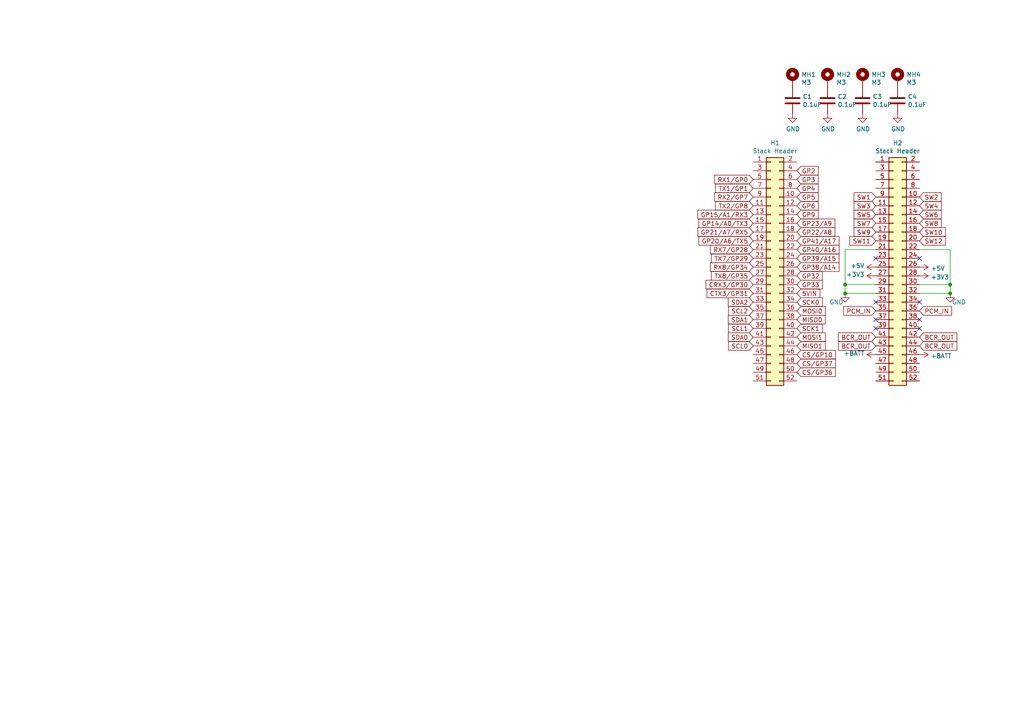
<source format=kicad_sch>
(kicad_sch (version 20211123) (generator eeschema)
  (paper "A4")
  (lib_symbols
    (symbol "Connector_Generic:Conn_02x26_Odd_Even" (pin_names (offset 1.016) hide)
      (property "Reference" "J" (at 1.27 33.02 0))
      (property "Value" "Conn_02x26_Odd_Even" (at 1.27 -35.56 0))
      (symbol "Conn_02x26_Odd_Even_1_1"
        (rectangle (start -1.27 -32.893) (end 0 -33.147) (stroke (width 0.1524)))
        (rectangle (start -1.27 -30.353) (end 0 -30.607) (stroke (width 0.1524)))
        (rectangle (start -1.27 -27.813) (end 0 -28.067) (stroke (width 0.1524)))
        (rectangle (start -1.27 -25.273) (end 0 -25.527) (stroke (width 0.1524)))
        (rectangle (start -1.27 -22.733) (end 0 -22.987) (stroke (width 0.1524)))
        (rectangle (start -1.27 -20.193) (end 0 -20.447) (stroke (width 0.1524)))
        (rectangle (start -1.27 -17.653) (end 0 -17.907) (stroke (width 0.1524)))
        (rectangle (start -1.27 -15.113) (end 0 -15.367) (stroke (width 0.1524)))
        (rectangle (start -1.27 -12.573) (end 0 -12.827) (stroke (width 0.1524)))
        (rectangle (start -1.27 -10.033) (end 0 -10.287) (stroke (width 0.1524)))
        (rectangle (start -1.27 -7.493) (end 0 -7.747) (stroke (width 0.1524)))
        (rectangle (start -1.27 -4.953) (end 0 -5.207) (stroke (width 0.1524)))
        (rectangle (start -1.27 -2.413) (end 0 -2.667) (stroke (width 0.1524)))
        (rectangle (start -1.27 0.127) (end 0 -0.127) (stroke (width 0.1524)))
        (rectangle (start -1.27 2.667) (end 0 2.413) (stroke (width 0.1524)))
        (rectangle (start -1.27 5.207) (end 0 4.953) (stroke (width 0.1524)))
        (rectangle (start -1.27 7.747) (end 0 7.493) (stroke (width 0.1524)))
        (rectangle (start -1.27 10.287) (end 0 10.033) (stroke (width 0.1524)))
        (rectangle (start -1.27 12.827) (end 0 12.573) (stroke (width 0.1524)))
        (rectangle (start -1.27 15.367) (end 0 15.113) (stroke (width 0.1524)))
        (rectangle (start -1.27 17.907) (end 0 17.653) (stroke (width 0.1524)))
        (rectangle (start -1.27 20.447) (end 0 20.193) (stroke (width 0.1524)))
        (rectangle (start -1.27 22.987) (end 0 22.733) (stroke (width 0.1524)))
        (rectangle (start -1.27 25.527) (end 0 25.273) (stroke (width 0.1524)))
        (rectangle (start -1.27 28.067) (end 0 27.813) (stroke (width 0.1524)))
        (rectangle (start -1.27 30.607) (end 0 30.353) (stroke (width 0.1524)))
        (rectangle (start -1.27 31.75) (end 3.81 -34.29) (stroke (width 0.254)) (fill (type background)))
        (rectangle (start 3.81 -32.893) (end 2.54 -33.147) (stroke (width 0.1524)))
        (rectangle (start 3.81 -30.353) (end 2.54 -30.607) (stroke (width 0.1524)))
        (rectangle (start 3.81 -27.813) (end 2.54 -28.067) (stroke (width 0.1524)))
        (rectangle (start 3.81 -25.273) (end 2.54 -25.527) (stroke (width 0.1524)))
        (rectangle (start 3.81 -22.733) (end 2.54 -22.987) (stroke (width 0.1524)))
        (rectangle (start 3.81 -20.193) (end 2.54 -20.447) (stroke (width 0.1524)))
        (rectangle (start 3.81 -17.653) (end 2.54 -17.907) (stroke (width 0.1524)))
        (rectangle (start 3.81 -15.113) (end 2.54 -15.367) (stroke (width 0.1524)))
        (rectangle (start 3.81 -12.573) (end 2.54 -12.827) (stroke (width 0.1524)))
        (rectangle (start 3.81 -10.033) (end 2.54 -10.287) (stroke (width 0.1524)))
        (rectangle (start 3.81 -7.493) (end 2.54 -7.747) (stroke (width 0.1524)))
        (rectangle (start 3.81 -4.953) (end 2.54 -5.207) (stroke (width 0.1524)))
        (rectangle (start 3.81 -2.413) (end 2.54 -2.667) (stroke (width 0.1524)))
        (rectangle (start 3.81 0.127) (end 2.54 -0.127) (stroke (width 0.1524)))
        (rectangle (start 3.81 2.667) (end 2.54 2.413) (stroke (width 0.1524)))
        (rectangle (start 3.81 5.207) (end 2.54 4.953) (stroke (width 0.1524)))
        (rectangle (start 3.81 7.747) (end 2.54 7.493) (stroke (width 0.1524)))
        (rectangle (start 3.81 10.287) (end 2.54 10.033) (stroke (width 0.1524)))
        (rectangle (start 3.81 12.827) (end 2.54 12.573) (stroke (width 0.1524)))
        (rectangle (start 3.81 15.367) (end 2.54 15.113) (stroke (width 0.1524)))
        (rectangle (start 3.81 17.907) (end 2.54 17.653) (stroke (width 0.1524)))
        (rectangle (start 3.81 20.447) (end 2.54 20.193) (stroke (width 0.1524)))
        (rectangle (start 3.81 22.987) (end 2.54 22.733) (stroke (width 0.1524)))
        (rectangle (start 3.81 25.527) (end 2.54 25.273) (stroke (width 0.1524)))
        (rectangle (start 3.81 28.067) (end 2.54 27.813) (stroke (width 0.1524)))
        (rectangle (start 3.81 30.607) (end 2.54 30.353) (stroke (width 0.1524)))
        (pin passive line (at -5.08 30.48 0) (length 3.81) (name "Pin_1") (number "1"))
        (pin passive line (at 7.62 20.32 180) (length 3.81) (name "Pin_10") (number "10"))
        (pin passive line (at -5.08 17.78 0) (length 3.81) (name "Pin_11") (number "11"))
        (pin passive line (at 7.62 17.78 180) (length 3.81) (name "Pin_12") (number "12"))
        (pin passive line (at -5.08 15.24 0) (length 3.81) (name "Pin_13") (number "13"))
        (pin passive line (at 7.62 15.24 180) (length 3.81) (name "Pin_14") (number "14"))
        (pin passive line (at -5.08 12.7 0) (length 3.81) (name "Pin_15") (number "15"))
        (pin passive line (at 7.62 12.7 180) (length 3.81) (name "Pin_16") (number "16"))
        (pin passive line (at -5.08 10.16 0) (length 3.81) (name "Pin_17") (number "17"))
        (pin passive line (at 7.62 10.16 180) (length 3.81) (name "Pin_18") (number "18"))
        (pin passive line (at -5.08 7.62 0) (length 3.81) (name "Pin_19") (number "19"))
        (pin passive line (at 7.62 30.48 180) (length 3.81) (name "Pin_2") (number "2"))
        (pin passive line (at 7.62 7.62 180) (length 3.81) (name "Pin_20") (number "20"))
        (pin passive line (at -5.08 5.08 0) (length 3.81) (name "Pin_21") (number "21"))
        (pin passive line (at 7.62 5.08 180) (length 3.81) (name "Pin_22") (number "22"))
        (pin passive line (at -5.08 2.54 0) (length 3.81) (name "Pin_23") (number "23"))
        (pin passive line (at 7.62 2.54 180) (length 3.81) (name "Pin_24") (number "24"))
        (pin passive line (at -5.08 0 0) (length 3.81) (name "Pin_25") (number "25"))
        (pin passive line (at 7.62 0 180) (length 3.81) (name "Pin_26") (number "26"))
        (pin passive line (at -5.08 -2.54 0) (length 3.81) (name "Pin_27") (number "27"))
        (pin passive line (at 7.62 -2.54 180) (length 3.81) (name "Pin_28") (number "28"))
        (pin passive line (at -5.08 -5.08 0) (length 3.81) (name "Pin_29") (number "29"))
        (pin passive line (at -5.08 27.94 0) (length 3.81) (name "Pin_3") (number "3"))
        (pin passive line (at 7.62 -5.08 180) (length 3.81) (name "Pin_30") (number "30"))
        (pin passive line (at -5.08 -7.62 0) (length 3.81) (name "Pin_31") (number "31"))
        (pin passive line (at 7.62 -7.62 180) (length 3.81) (name "Pin_32") (number "32"))
        (pin passive line (at -5.08 -10.16 0) (length 3.81) (name "Pin_33") (number "33"))
        (pin passive line (at 7.62 -10.16 180) (length 3.81) (name "Pin_34") (number "34"))
        (pin passive line (at -5.08 -12.7 0) (length 3.81) (name "Pin_35") (number "35"))
        (pin passive line (at 7.62 -12.7 180) (length 3.81) (name "Pin_36") (number "36"))
        (pin passive line (at -5.08 -15.24 0) (length 3.81) (name "Pin_37") (number "37"))
        (pin passive line (at 7.62 -15.24 180) (length 3.81) (name "Pin_38") (number "38"))
        (pin passive line (at -5.08 -17.78 0) (length 3.81) (name "Pin_39") (number "39"))
        (pin passive line (at 7.62 27.94 180) (length 3.81) (name "Pin_4") (number "4"))
        (pin passive line (at 7.62 -17.78 180) (length 3.81) (name "Pin_40") (number "40"))
        (pin passive line (at -5.08 -20.32 0) (length 3.81) (name "Pin_41") (number "41"))
        (pin passive line (at 7.62 -20.32 180) (length 3.81) (name "Pin_42") (number "42"))
        (pin passive line (at -5.08 -22.86 0) (length 3.81) (name "Pin_43") (number "43"))
        (pin passive line (at 7.62 -22.86 180) (length 3.81) (name "Pin_44") (number "44"))
        (pin passive line (at -5.08 -25.4 0) (length 3.81) (name "Pin_45") (number "45"))
        (pin passive line (at 7.62 -25.4 180) (length 3.81) (name "Pin_46") (number "46"))
        (pin passive line (at -5.08 -27.94 0) (length 3.81) (name "Pin_47") (number "47"))
        (pin passive line (at 7.62 -27.94 180) (length 3.81) (name "Pin_48") (number "48"))
        (pin passive line (at -5.08 -30.48 0) (length 3.81) (name "Pin_49") (number "49"))
        (pin passive line (at -5.08 25.4 0) (length 3.81) (name "Pin_5") (number "5"))
        (pin passive line (at 7.62 -30.48 180) (length 3.81) (name "Pin_50") (number "50"))
        (pin passive line (at -5.08 -33.02 0) (length 3.81) (name "Pin_51") (number "51"))
        (pin passive line (at 7.62 -33.02 180) (length 3.81) (name "Pin_52") (number "52"))
        (pin passive line (at 7.62 25.4 180) (length 3.81) (name "Pin_6") (number "6"))
        (pin passive line (at -5.08 22.86 0) (length 3.81) (name "Pin_7") (number "7"))
        (pin passive line (at 7.62 22.86 180) (length 3.81) (name "Pin_8") (number "8"))
        (pin passive line (at -5.08 20.32 0) (length 3.81) (name "Pin_9") (number "9"))
      )
    )
    (symbol "Device:C" (pin_numbers hide) (pin_names (offset 0.254))
      (property "Reference" "C" (at 0.635 2.54 0))
      (property "Value" "C" (at 0.635 -2.54 0))
      (symbol "C_0_1"
        (polyline (pts (xy -2.032 -0.762) (xy 2.032 -0.762)) (stroke (width 0.508)))
        (polyline (pts (xy -2.032 0.762) (xy 2.032 0.762)) (stroke (width 0.508)))
      )
      (symbol "C_1_1"
        (pin passive line (at 0 3.81 270) (length 2.794) (name "~") (number "1"))
        (pin passive line (at 0 -3.81 90) (length 2.794) (name "~") (number "2"))
      )
    )
    (symbol "Mechanical:MountingHole_Pad" (pin_numbers hide) (pin_names (offset 1.016) hide)
      (property "Reference" "H" (at 0 6.35 0))
      (property "Value" "MountingHole_Pad" (at 0 4.445 0))
      (symbol "MountingHole_Pad_0_1"
        (circle (center 0 1.27) (radius 1.27) (stroke (width 1.27)))
      )
      (symbol "MountingHole_Pad_1_1"
        (pin input line (at 0 -2.54 90) (length 2.54) (name "1") (number "1"))
      )
    )
    (symbol "power:+3V3" (power) (pin_names (offset 0))
      (property "Value" "+3V3" (at 0 3.556 0))
      (symbol "+3V3_0_1"
        (polyline (pts (xy -0.762 1.27) (xy 0 2.54)))
        (polyline (pts (xy 0 0) (xy 0 2.54)))
        (polyline (pts (xy 0 2.54) (xy 0.762 1.27)))
      )
      (symbol "+3V3_1_1"
        (pin power_in line (at 0 0 90) (length 0) hide (name "+3V3") (number "1"))
      )
    )
    (symbol "power:+5V" (power) (pin_names (offset 0))
      (property "Value" "+5V" (at 0 3.556 0))
      (symbol "+5V_0_1"
        (polyline (pts (xy -0.762 1.27) (xy 0 2.54)))
        (polyline (pts (xy 0 0) (xy 0 2.54)))
        (polyline (pts (xy 0 2.54) (xy 0.762 1.27)))
      )
      (symbol "+5V_1_1"
        (pin power_in line (at 0 0 90) (length 0) hide (name "+5V") (number "1"))
      )
    )
    (symbol "power:+BATT" (power) (pin_names (offset 0))
      (property "Value" "+BATT" (at 0 3.556 0))
      (symbol "+BATT_0_1"
        (polyline (pts (xy -0.762 1.27) (xy 0 2.54)))
        (polyline (pts (xy 0 0) (xy 0 2.54)))
        (polyline (pts (xy 0 2.54) (xy 0.762 1.27)))
      )
      (symbol "+BATT_1_1"
        (pin power_in line (at 0 0 90) (length 0) hide (name "+BATT") (number "1"))
      )
    )
    (symbol "power:GND" (power) (pin_names (offset 0))
      (property "Value" "GND" (at 0 -3.81 0))
      (symbol "GND_0_1"
        (polyline (pts (xy 0 0) (xy 0 -1.27) (xy 1.27 -1.27) (xy 0 -2.54) (xy -1.27 -1.27) (xy 0 -1.27)))
      )
      (symbol "GND_1_1"
        (pin power_in line (at 0 0 270) (length 0) hide (name "GND") (number "1"))
      )
    )
  )
  (junction (at 275.59 85.09))
  (junction (at 245.11 82.55))
  (junction (at 275.59 82.55))
  (junction (at 245.11 85.09))
  (no_connect (at 254 92.71))
  (no_connect (at 254 87.63))
  (no_connect (at 266.7 87.63))
  (no_connect (at 254 74.93))
  (no_connect (at 254 95.25))
  (no_connect (at 266.7 92.71))
  (no_connect (at 266.7 95.25))
  (no_connect (at 266.7 74.93))
  (wire (pts (xy 245.11 72.39) (xy 245.11 82.55)))
  (wire (pts (xy 245.11 85.09) (xy 254 85.09)))
  (wire (pts (xy 245.11 82.55) (xy 254 82.55)))
  (wire (pts (xy 266.7 85.09) (xy 275.59 85.09)))
  (wire (pts (xy 275.59 72.39) (xy 275.59 82.55)))
  (wire (pts (xy 275.59 72.39) (xy 266.7 72.39)))
  (wire (pts (xy 275.59 82.55) (xy 275.59 85.09)))
  (wire (pts (xy 266.7 82.55) (xy 275.59 82.55)))
  (wire (pts (xy 245.11 82.55) (xy 245.11 85.09)))
  (wire (pts (xy 254 72.39) (xy 245.11 72.39)))
  (global_label "GP4" (shape input) (at 231.14 54.61 0) (property "Intersheet References" "${INTERSHEET_REFS}" (effects hide)))
  (global_label "TX8{slash}GP35" (shape input) (at 218.44 80.01 180) (property "Intersheet References" "${INTERSHEET_REFS}" (effects hide)))
  (global_label "CRX3{slash}GP30" (shape input) (at 218.44 82.55 180) (property "Intersheet References" "${INTERSHEET_REFS}" (effects hide)))
  (global_label "SW3" (shape input) (at 254 59.69 180) (property "Intersheet References" "${INTERSHEET_REFS}" (effects hide)))
  (global_label "SCK1" (shape input) (at 231.14 95.25 0) (property "Intersheet References" "${INTERSHEET_REFS}" (effects hide)))
  (global_label "RX8{slash}GP34" (shape input) (at 218.44 77.47 180) (property "Intersheet References" "${INTERSHEET_REFS}" (effects hide)))
  (global_label "TX1{slash}GP1" (shape input) (at 218.44 54.61 180) (property "Intersheet References" "${INTERSHEET_REFS}" (effects hide)))
  (global_label "RX2{slash}GP7" (shape input) (at 218.44 57.15 180) (property "Intersheet References" "${INTERSHEET_REFS}" (effects hide)))
  (global_label "SW11" (shape input) (at 254 69.85 180) (property "Intersheet References" "${INTERSHEET_REFS}" (effects hide)))
  (global_label "GP2" (shape input) (at 231.14 49.53 0) (property "Intersheet References" "${INTERSHEET_REFS}" (effects hide)))
  (global_label "SW5" (shape input) (at 254 62.23 180) (property "Intersheet References" "${INTERSHEET_REFS}" (effects hide)))
  (global_label "BCR_OUT" (shape input) (at 266.7 97.79 0) (property "Intersheet References" "${INTERSHEET_REFS}" (effects hide)))
  (global_label "GP38{slash}A14" (shape input) (at 231.14 77.47 0) (property "Intersheet References" "${INTERSHEET_REFS}" (effects hide)))
  (global_label "5VIN" (shape input) (at 231.14 85.09 0) (property "Intersheet References" "${INTERSHEET_REFS}" (effects hide)))
  (global_label "GP39{slash}A15" (shape input) (at 231.14 74.93 0) (property "Intersheet References" "${INTERSHEET_REFS}" (effects hide)))
  (global_label "GP21{slash}A7{slash}RX5" (shape input) (at 218.44 67.31 180) (property "Intersheet References" "${INTERSHEET_REFS}" (effects hide)))
  (global_label "SW8" (shape input) (at 266.7 64.77 0) (property "Intersheet References" "${INTERSHEET_REFS}" (effects hide)))
  (global_label "SW1" (shape input) (at 254 57.15 180) (property "Intersheet References" "${INTERSHEET_REFS}" (effects hide)))
  (global_label "GP20{slash}A6{slash}TX5" (shape input) (at 218.44 69.85 180) (property "Intersheet References" "${INTERSHEET_REFS}" (effects hide)))
  (global_label "GP40{slash}A16" (shape input) (at 231.14 72.39 0) (property "Intersheet References" "${INTERSHEET_REFS}" (effects hide)))
  (global_label "GP33" (shape input) (at 231.14 82.55 0) (property "Intersheet References" "${INTERSHEET_REFS}" (effects hide)))
  (global_label "MISO1" (shape input) (at 231.14 100.33 0) (property "Intersheet References" "${INTERSHEET_REFS}" (effects hide)))
  (global_label "GP15{slash}A1{slash}RX3" (shape input) (at 218.44 62.23 180) (property "Intersheet References" "${INTERSHEET_REFS}" (effects hide)))
  (global_label "RX1{slash}GP0" (shape input) (at 218.44 52.07 180) (property "Intersheet References" "${INTERSHEET_REFS}" (effects hide)))
  (global_label "SW10" (shape input) (at 266.7 67.31 0) (property "Intersheet References" "${INTERSHEET_REFS}" (effects hide)))
  (global_label "SCK0" (shape input) (at 231.14 87.63 0) (property "Intersheet References" "${INTERSHEET_REFS}" (effects hide)))
  (global_label "SCL0" (shape input) (at 218.44 100.33 180) (property "Intersheet References" "${INTERSHEET_REFS}" (effects hide)))
  (global_label "BCR_OUT" (shape input) (at 266.7 100.33 0) (property "Intersheet References" "${INTERSHEET_REFS}" (effects hide)))
  (global_label "SCL1" (shape input) (at 218.44 95.25 180) (property "Intersheet References" "${INTERSHEET_REFS}" (effects hide)))
  (global_label "MOSI0" (shape input) (at 231.14 90.17 0) (property "Intersheet References" "${INTERSHEET_REFS}" (effects hide)))
  (global_label "MOSI1" (shape input) (at 231.14 97.79 0) (property "Intersheet References" "${INTERSHEET_REFS}" (effects hide)))
  (global_label "BCR_OUT" (shape input) (at 254 100.33 180) (property "Intersheet References" "${INTERSHEET_REFS}" (effects hide)))
  (global_label "TX2{slash}GP8" (shape input) (at 218.44 59.69 180) (property "Intersheet References" "${INTERSHEET_REFS}" (effects hide)))
  (global_label "SW6" (shape input) (at 266.7 62.23 0) (property "Intersheet References" "${INTERSHEET_REFS}" (effects hide)))
  (global_label "GP9" (shape input) (at 231.14 62.23 0) (property "Intersheet References" "${INTERSHEET_REFS}" (effects hide)))
  (global_label "TX7{slash}GP29" (shape input) (at 218.44 74.93 180) (property "Intersheet References" "${INTERSHEET_REFS}" (effects hide)))
  (global_label "BCR_OUT" (shape input) (at 254 97.79 180) (property "Intersheet References" "${INTERSHEET_REFS}" (effects hide)))
  (global_label "RX7{slash}GP28" (shape input) (at 218.44 72.39 180) (property "Intersheet References" "${INTERSHEET_REFS}" (effects hide)))
  (global_label "SCL2" (shape input) (at 218.44 90.17 180) (property "Intersheet References" "${INTERSHEET_REFS}" (effects hide)))
  (global_label "MISO0" (shape input) (at 231.14 92.71 0) (property "Intersheet References" "${INTERSHEET_REFS}" (effects hide)))
  (global_label "CS{slash}GP36" (shape input) (at 231.14 107.95 0) (property "Intersheet References" "${INTERSHEET_REFS}" (effects hide)))
  (global_label "GP23{slash}A9" (shape input) (at 231.14 64.77 0) (property "Intersheet References" "${INTERSHEET_REFS}" (effects hide)))
  (global_label "GP3" (shape input) (at 231.14 52.07 0) (property "Intersheet References" "${INTERSHEET_REFS}" (effects hide)))
  (global_label "GP6" (shape input) (at 231.14 59.69 0) (property "Intersheet References" "${INTERSHEET_REFS}" (effects hide)))
  (global_label "CS{slash}GP37" (shape input) (at 231.14 105.41 0) (property "Intersheet References" "${INTERSHEET_REFS}" (effects hide)))
  (global_label "GP14{slash}A0{slash}TX3" (shape input) (at 218.44 64.77 180) (property "Intersheet References" "${INTERSHEET_REFS}" (effects hide)))
  (global_label "SW7" (shape input) (at 254 64.77 180) (property "Intersheet References" "${INTERSHEET_REFS}" (effects hide)))
  (global_label "SW4" (shape input) (at 266.7 59.69 0) (property "Intersheet References" "${INTERSHEET_REFS}" (effects hide)))
  (global_label "SW2" (shape input) (at 266.7 57.15 0) (property "Intersheet References" "${INTERSHEET_REFS}" (effects hide)))
  (global_label "SDA0" (shape input) (at 218.44 97.79 180) (property "Intersheet References" "${INTERSHEET_REFS}" (effects hide)))
  (global_label "GP5" (shape input) (at 231.14 57.15 0) (property "Intersheet References" "${INTERSHEET_REFS}" (effects hide)))
  (global_label "GP22{slash}A8" (shape input) (at 231.14 67.31 0) (property "Intersheet References" "${INTERSHEET_REFS}" (effects hide)))
  (global_label "SDA1" (shape input) (at 218.44 92.71 180) (property "Intersheet References" "${INTERSHEET_REFS}" (effects hide)))
  (global_label "CTX3{slash}GP31" (shape input) (at 218.44 85.09 180) (property "Intersheet References" "${INTERSHEET_REFS}" (effects hide)))
  (global_label "SW9" (shape input) (at 254 67.31 180) (property "Intersheet References" "${INTERSHEET_REFS}" (effects hide)))
  (global_label "PCM_IN" (shape input) (at 266.7 90.17 0) (property "Intersheet References" "${INTERSHEET_REFS}" (effects hide)))
  (global_label "SDA2" (shape input) (at 218.44 87.63 180) (property "Intersheet References" "${INTERSHEET_REFS}" (effects hide)))
  (global_label "PCM_IN" (shape input) (at 254 90.17 180) (property "Intersheet References" "${INTERSHEET_REFS}" (effects hide)))
  (global_label "GP41{slash}A17" (shape input) (at 231.14 69.85 0) (property "Intersheet References" "${INTERSHEET_REFS}" (effects hide)))
  (global_label "GP32" (shape input) (at 231.14 80.01 0) (property "Intersheet References" "${INTERSHEET_REFS}" (effects hide)))
  (global_label "CS{slash}GP10" (shape input) (at 231.14 102.87 0) (property "Intersheet References" "${INTERSHEET_REFS}" (effects hide)))
  (global_label "SW12" (shape input) (at 266.7 69.85 0) (property "Intersheet References" "${INTERSHEET_REFS}" (effects hide)))
  (symbol (lib_id "Connector_Generic:Conn_02x26_Odd_Even") (at 223.52 77.47 0) (unit 1)
    (property "Reference" "H1" (at 224.79 41.4782 0))
    (property "Value" "Stack Header" (at 224.79 43.7896 0))
    (property "Footprint" "Connector_PinHeader_2.54mm:PinHeader_2x26_P2.54mm_Vertical" (effects hide))
  )
  (symbol (lib_id "Connector_Generic:Conn_02x26_Odd_Even") (at 259.08 77.47 0) (unit 1)
    (property "Reference" "H2" (at 260.35 41.4782 0))
    (property "Value" "Stack Header" (at 260.35 43.7896 0))
    (property "Footprint" "Connector_PinHeader_2.54mm:PinHeader_2x26_P2.54mm_Vertical" (effects hide))
  )
  (symbol (lib_id "power:+5V") (at 254 77.47 90) (unit 1)
    (property "Reference" "#PWR0101" (effects hide))
    (property "Value" "+5V" (at 250.7488 77.089 90) (effects (justify left)))
  )
  (symbol (lib_id "power:+3V3") (at 254 80.01 90) (unit 1)
    (property "Reference" "#PWR0102" (effects hide))
    (property "Value" "+3V3" (at 250.7488 79.629 90) (effects (justify left)))
  )
  (symbol (lib_id "power:GND") (at 245.11 85.09 0) (unit 1)
    (property "Reference" "#PWR0103" (effects hide))
    (property "Value" "GND" (at 242.57 87.63 0))
  )
  (symbol (lib_id "power:GND") (at 275.59 85.09 0) (unit 1)
    (property "Reference" "#PWR0104" (effects hide))
    (property "Value" "GND" (at 278.13 87.63 0))
  )
  (symbol (lib_id "power:+BATT") (at 254 102.87 90) (unit 1)
    (property "Reference" "#PWR0105" (effects hide))
    (property "Value" "+BATT" (at 250.7742 102.489 90) (effects (justify left)))
  )
  (symbol (lib_id "power:+BATT") (at 266.7 102.87 270) (unit 1)
    (property "Reference" "#PWR0106" (effects hide))
    (property "Value" "+BATT" (at 269.9258 103.251 90) (effects (justify left)))
  )
  (symbol (lib_id "power:+5V") (at 266.7 77.47 270) (unit 1)
    (property "Reference" "#PWR0107" (effects hide))
    (property "Value" "+5V" (at 269.9512 77.851 90) (effects (justify left)))
  )
  (symbol (lib_id "power:+3V3") (at 266.7 80.01 270) (unit 1)
    (property "Reference" "#PWR0108" (effects hide))
    (property "Value" "+3V3" (at 269.9512 80.391 90) (effects (justify left)))
  )
  (symbol (lib_id "Mechanical:MountingHole_Pad") (at 240.03 22.86 0) (unit 1)
    (property "Reference" "MH2" (at 242.57 21.6154 0) (effects (justify left)))
    (property "Value" "M3" (at 242.57 23.9268 0) (effects (justify left)))
    (property "Footprint" "MountingHole:MountingHole_3.2mm_M3_Pad" (effects hide))
  )
  (symbol (lib_id "Mechanical:MountingHole_Pad") (at 260.35 22.86 0) (unit 1)
    (property "Reference" "MH4" (at 262.89 21.6154 0) (effects (justify left)))
    (property "Value" "M3" (at 262.89 23.9268 0) (effects (justify left)))
    (property "Footprint" "MountingHole:MountingHole_3.2mm_M3_Pad" (effects hide))
  )
  (symbol (lib_id "Mechanical:MountingHole_Pad") (at 229.87 22.86 0) (unit 1)
    (property "Reference" "MH1" (at 232.41 21.6154 0) (effects (justify left)))
    (property "Value" "M3" (at 232.41 23.9268 0) (effects (justify left)))
    (property "Footprint" "MountingHole:MountingHole_3.2mm_M3_Pad" (effects hide))
  )
  (symbol (lib_id "Mechanical:MountingHole_Pad") (at 250.19 22.86 0) (unit 1)
    (property "Reference" "MH3" (at 252.73 21.6154 0) (effects (justify left)))
    (property "Value" "M3" (at 252.73 23.9268 0) (effects (justify left)))
    (property "Footprint" "MountingHole:MountingHole_3.2mm_M3_Pad" (effects hide))
  )
  (symbol (lib_id "Device:C") (at 240.03 29.21 0) (unit 1)
    (property "Reference" "C2" (at 242.951 28.0416 0) (effects (justify left)))
    (property "Value" "0.1uF" (at 242.951 30.353 0) (effects (justify left)))
    (property "Footprint" "Capacitor_SMD:C_0805_2012Metric" (effects hide))
  )
  (symbol (lib_id "Device:C") (at 260.35 29.21 0) (unit 1)
    (property "Reference" "C4" (at 263.271 28.0416 0) (effects (justify left)))
    (property "Value" "0.1uF" (at 263.271 30.353 0) (effects (justify left)))
    (property "Footprint" "Capacitor_SMD:C_0805_2012Metric" (effects hide))
  )
  (symbol (lib_id "Device:C") (at 229.87 29.21 0) (unit 1)
    (property "Reference" "C1" (at 232.791 28.0416 0) (effects (justify left)))
    (property "Value" "0.1uF" (at 232.791 30.353 0) (effects (justify left)))
    (property "Footprint" "Capacitor_SMD:C_0805_2012Metric" (effects hide))
  )
  (symbol (lib_id "Device:C") (at 250.19 29.21 0) (unit 1)
    (property "Reference" "C3" (at 253.111 28.0416 0) (effects (justify left)))
    (property "Value" "0.1uF" (at 253.111 30.353 0) (effects (justify left)))
    (property "Footprint" "Capacitor_SMD:C_0805_2012Metric" (effects hide))
  )
  (symbol (lib_id "power:GND") (at 229.87 33.02 0) (unit 1)
    (property "Reference" "#PWR0109" (effects hide))
    (property "Value" "GND" (at 229.997 37.4142 0))
  )
  (symbol (lib_id "power:GND") (at 240.03 33.02 0) (unit 1)
    (property "Reference" "#PWR0110" (effects hide))
    (property "Value" "GND" (at 240.157 37.4142 0))
  )
  (symbol (lib_id "power:GND") (at 250.19 33.02 0) (unit 1)
    (property "Reference" "#PWR0111" (effects hide))
    (property "Value" "GND" (at 250.317 37.4142 0))
  )
  (symbol (lib_id "power:GND") (at 260.35 33.02 0) (unit 1)
    (property "Reference" "#PWR0112" (effects hide))
    (property "Value" "GND" (at 260.477 37.4142 0))
  )
)
</source>
